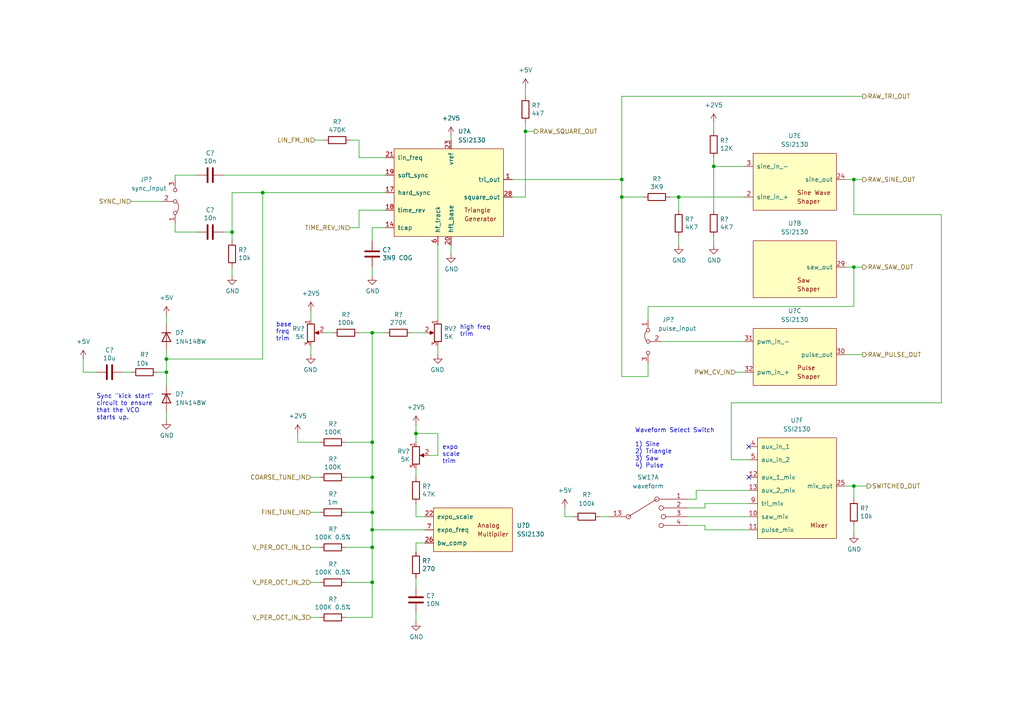
<source format=kicad_sch>
(kicad_sch (version 20211123) (generator eeschema)
  (paper "A4")
  (lib_symbols
    (symbol "Device:C" (pin_numbers hide) (pin_names (offset 0.254))
      (property "Reference" "C" (at 0.635 2.54 0))
      (property "Value" "C" (at 0.635 -2.54 0))
      (symbol "C_0_1"
        (polyline (pts (xy -2.032 -0.762) (xy 2.032 -0.762)) (stroke (width 0.508)))
        (polyline (pts (xy -2.032 0.762) (xy 2.032 0.762)) (stroke (width 0.508)))
      )
      (symbol "C_1_1"
        (pin passive line (at 0 3.81 270) (length 2.794) (name "~") (number "1"))
        (pin passive line (at 0 -3.81 90) (length 2.794) (name "~") (number "2"))
      )
    )
    (symbol "Device:R" (pin_numbers hide) (pin_names (offset 0))
      (property "Reference" "R" (at 2.032 0 90))
      (property "Value" "R" (at 0 0 90))
      (symbol "R_0_1"
        (rectangle (start -1.016 -2.54) (end 1.016 2.54) (stroke (width 0.254)))
      )
      (symbol "R_1_1"
        (pin passive line (at 0 3.81 270) (length 1.27) (name "~") (number "1"))
        (pin passive line (at 0 -3.81 90) (length 1.27) (name "~") (number "2"))
      )
    )
    (symbol "Diode:1N4148W" (pin_numbers hide) (pin_names (offset 1.016) hide)
      (property "Reference" "D" (at 0 2.54 0))
      (property "Value" "1N4148W" (at 0 -2.54 0))
      (symbol "1N4148W_0_1"
        (polyline (pts (xy -1.27 1.27) (xy -1.27 -1.27)) (stroke (width 0.254)))
        (polyline (pts (xy 1.27 0) (xy -1.27 0)))
        (polyline (pts (xy 1.27 1.27) (xy 1.27 -1.27) (xy -1.27 0) (xy 1.27 1.27)) (stroke (width 0.254)))
      )
      (symbol "1N4148W_1_1"
        (pin passive line (at -3.81 0 0) (length 2.54) (name "K") (number "1"))
        (pin passive line (at 3.81 0 180) (length 2.54) (name "A") (number "2"))
      )
    )
    (symbol "Jumper:Jumper_3_Bridged12" (pin_names (offset 0) hide)
      (property "Reference" "JP" (at -2.54 -2.54 0))
      (property "Value" "Jumper_3_Bridged12" (at 0 2.794 0))
      (symbol "Jumper_3_Bridged12_0_0"
        (circle (center -3.302 0) (radius 0.508))
        (circle (center 0 0) (radius 0.508))
        (circle (center 3.302 0) (radius 0.508))
      )
      (symbol "Jumper_3_Bridged12_0_1"
        (arc (start -0.254 0.508) (mid -1.651 0.9912) (end -3.048 0.508))
        (polyline (pts (xy 0 -1.27) (xy 0 -0.508)))
      )
      (symbol "Jumper_3_Bridged12_1_1"
        (pin passive line (at -6.35 0 0) (length 2.54) (name "A") (number "1"))
        (pin passive line (at 0 -3.81 90) (length 2.54) (name "C") (number "2"))
        (pin passive line (at 6.35 0 180) (length 2.54) (name "B") (number "3"))
      )
    )
    (symbol "SSI2130_1" (pin_names (offset 1.016))
      (property "Reference" "U?" (at 10.16 16.51 0))
      (property "Value" "SSI2130_1" (at 10.16 13.97 0))
      (symbol "SSI2130_1_1_0"
        (polyline (pts (xy -16.51 11.43) (xy -16.51 -13.97) (xy 15.24 -13.97) (xy 15.24 11.43) (xy 6.35 11.43) (xy -16.51 11.43)) (fill (type background)))
        (text "Generator" (at 3.81 -8.89 0) (effects (font (size 1.27 1.27)) (justify left)))
        (text "Triangle" (at 3.81 -6.35 0) (effects (font (size 1.27 1.27)) (justify left)))
      )
      (symbol "SSI2130_1_1_1"
        (pin output line (at 17.78 2.54 180) (length 2.54) (name "tri_out") (number "1"))
        (pin input line (at -19.05 -11.43 0) (length 2.54) (name "tcap") (number "14"))
        (pin input line (at -19.05 -1.27 0) (length 2.54) (name "hard_sync") (number "17"))
        (pin input line (at -19.05 -6.35 0) (length 2.54) (name "time_rev") (number "18"))
        (pin input line (at -19.05 3.81 0) (length 2.54) (name "soft_sync") (number "19"))
        (pin input line (at 0 -16.51 90) (length 2.54) (name "hft_base") (number "20"))
        (pin input line (at -19.05 8.89 0) (length 2.54) (name "lin_freq") (number "21"))
        (pin power_in line (at 0 13.97 270) (length 2.54) (name "vref") (number "23"))
        (pin output line (at 17.78 -2.54 180) (length 2.54) (name "square_out") (number "28"))
        (pin input line (at -3.81 -16.51 90) (length 2.54) (name "hf_track") (number "6"))
      )
      (symbol "SSI2130_1_2_1"
        (polyline (pts (xy -11.43 0) (xy -11.43 7.62) (xy 12.7 7.62) (xy 12.7 -8.89) (xy -11.43 -8.89) (xy -11.43 0)) (fill (type background)))
        (text "Saw" (at 1.27 -3.81 0) (effects (font (size 1.27 1.27)) (justify left)))
        (text "Shaper" (at 1.27 -6.35 0) (effects (font (size 1.27 1.27)) (justify left)))
        (pin output line (at 15.24 0 180) (length 2.54) (name "saw_out") (number "29"))
      )
      (symbol "SSI2130_1_3_1"
        (polyline (pts (xy 12.7 7.62) (xy -11.43 7.62) (xy -11.43 -8.89) (xy 12.7 -8.89) (xy 12.7 7.62)) (fill (type background)))
        (text "Pulse" (at 1.27 -3.81 0) (effects (font (size 1.27 1.27)) (justify left)))
        (text "Shaper" (at 1.27 -6.35 0) (effects (font (size 1.27 1.27)) (justify left)))
        (pin output line (at 15.24 0 180) (length 2.54) (name "pulse_out") (number "30"))
        (pin input line (at -13.97 3.81 0) (length 2.54) (name "pwm_in_-") (number "31"))
        (pin input line (at -13.97 -5.08 0) (length 2.54) (name "pwm_in_+") (number "32"))
      )
      (symbol "SSI2130_1_4_1"
        (polyline (pts (xy -11.43 6.35) (xy -11.43 -6.35) (xy 11.43 -6.35) (xy 11.43 6.35) (xy -11.43 6.35)) (fill (type background)))
        (text "Analog" (at 1.27 1.27 0) (effects (font (size 1.27 1.27)) (justify left)))
        (text "Multiplier" (at 1.27 -1.27 0) (effects (font (size 1.27 1.27)) (justify left)))
        (pin input line (at -13.97 3.81 0) (length 2.54) (name "expo_scale") (number "22"))
        (pin input line (at -13.97 -3.81 0) (length 2.54) (name "bw_comp") (number "26"))
        (pin input line (at -13.97 0 0) (length 2.54) (name "expo_freq") (number "7"))
      )
      (symbol "SSI2130_1_5_1"
        (polyline (pts (xy -11.43 7.62) (xy -11.43 -8.89) (xy 12.7 -8.89) (xy 12.7 7.62) (xy -11.43 7.62)) (fill (type background)))
        (text "Shaper" (at 1.27 -6.35 0) (effects (font (size 1.27 1.27)) (justify left)))
        (text "Sine Wave" (at 1.27 -3.81 0) (effects (font (size 1.27 1.27)) (justify left)))
        (pin input line (at -13.97 -5.08 0) (length 2.54) (name "sine_in_+") (number "2"))
        (pin output line (at 15.24 0 180) (length 2.54) (name "sine_out") (number "24"))
        (pin input line (at -13.97 3.81 0) (length 2.54) (name "sine_in_-") (number "3"))
      )
      (symbol "SSI2130_1_6_1"
        (polyline (pts (xy 11.43 -11.43) (xy -11.43 -11.43) (xy -11.43 10.16) (xy -11.43 17.78) (xy 11.43 17.78) (xy 11.43 -11.43)) (fill (type background)))
        (text "Mixer" (at 3.81 -7.62 0) (effects (font (size 1.27 1.27)) (justify left)))
        (pin input line (at -13.97 -5.08 0) (length 2.54) (name "saw_mix") (number "10"))
        (pin input line (at -13.97 -8.89 0) (length 2.54) (name "pulse_mix") (number "11"))
        (pin input line (at -13.97 6.35 0) (length 2.54) (name "aux_1_mix") (number "12"))
        (pin input line (at -13.97 2.54 0) (length 2.54) (name "aux_2_mix") (number "13"))
        (pin output line (at 13.97 3.81 180) (length 2.54) (name "mix_out") (number "25"))
        (pin input line (at -13.97 15.24 0) (length 2.54) (name "aux_in_1") (number "4"))
        (pin input line (at -13.97 11.43 0) (length 2.54) (name "aux_in_2") (number "5"))
        (pin input line (at -13.97 -1.27 0) (length 2.54) (name "tri_mix") (number "9"))
      )
      (symbol "SSI2130_1_7_1"
        (polyline (pts (xy -11.43 6.35) (xy -11.43 -6.35) (xy 11.43 -6.35) (xy 11.43 6.35) (xy -11.43 6.35)) (fill (type background)))
        (text "Power" (at 1.27 0 0) (effects (font (size 1.27 1.27)) (justify left)))
        (pin power_in line (at -13.97 -1.27 0) (length 2.54) (name "dgnd") (number "15"))
        (pin power_in line (at -13.97 1.27 0) (length 2.54) (name "agnd") (number "16"))
        (pin power_in line (at -13.97 3.81 0) (length 2.54) (name "V+") (number "27"))
        (pin power_in line (at -13.97 -3.81 0) (length 2.54) (name "V-") (number "8"))
      )
    )
    (symbol "SSI2130_2" (pin_names (offset 1.016))
      (property "Reference" "U?" (at 10.16 16.51 0))
      (property "Value" "SSI2130_2" (at 10.16 13.97 0))
      (symbol "SSI2130_2_1_0"
        (polyline (pts (xy -16.51 11.43) (xy -16.51 -13.97) (xy 15.24 -13.97) (xy 15.24 11.43) (xy 6.35 11.43) (xy -16.51 11.43)) (fill (type background)))
        (text "Generator" (at 3.81 -8.89 0) (effects (font (size 1.27 1.27)) (justify left)))
        (text "Triangle" (at 3.81 -6.35 0) (effects (font (size 1.27 1.27)) (justify left)))
      )
      (symbol "SSI2130_2_1_1"
        (pin output line (at 17.78 2.54 180) (length 2.54) (name "tri_out") (number "1"))
        (pin input line (at -19.05 -11.43 0) (length 2.54) (name "tcap") (number "14"))
        (pin input line (at -19.05 -1.27 0) (length 2.54) (name "hard_sync") (number "17"))
        (pin input line (at -19.05 -6.35 0) (length 2.54) (name "time_rev") (number "18"))
        (pin input line (at -19.05 3.81 0) (length 2.54) (name "soft_sync") (number "19"))
        (pin input line (at 0 -16.51 90) (length 2.54) (name "hft_base") (number "20"))
        (pin input line (at -19.05 8.89 0) (length 2.54) (name "lin_freq") (number "21"))
        (pin power_in line (at 0 13.97 270) (length 2.54) (name "vref") (number "23"))
        (pin output line (at 17.78 -2.54 180) (length 2.54) (name "square_out") (number "28"))
        (pin input line (at -3.81 -16.51 90) (length 2.54) (name "hf_track") (number "6"))
      )
      (symbol "SSI2130_2_2_1"
        (polyline (pts (xy -11.43 0) (xy -11.43 7.62) (xy 12.7 7.62) (xy 12.7 -8.89) (xy -11.43 -8.89) (xy -11.43 0)) (fill (type background)))
        (text "Saw" (at 1.27 -3.81 0) (effects (font (size 1.27 1.27)) (justify left)))
        (text "Shaper" (at 1.27 -6.35 0) (effects (font (size 1.27 1.27)) (justify left)))
        (pin output line (at 15.24 0 180) (length 2.54) (name "saw_out") (number "29"))
      )
      (symbol "SSI2130_2_3_1"
        (polyline (pts (xy 12.7 7.62) (xy -11.43 7.62) (xy -11.43 -8.89) (xy 12.7 -8.89) (xy 12.7 7.62)) (fill (type background)))
        (text "Pulse" (at 1.27 -3.81 0) (effects (font (size 1.27 1.27)) (justify left)))
        (text "Shaper" (at 1.27 -6.35 0) (effects (font (size 1.27 1.27)) (justify left)))
        (pin output line (at 15.24 0 180) (length 2.54) (name "pulse_out") (number "30"))
        (pin input line (at -13.97 3.81 0) (length 2.54) (name "pwm_in_-") (number "31"))
        (pin input line (at -13.97 -5.08 0) (length 2.54) (name "pwm_in_+") (number "32"))
      )
      (symbol "SSI2130_2_4_1"
        (polyline (pts (xy -11.43 6.35) (xy -11.43 -6.35) (xy 11.43 -6.35) (xy 11.43 6.35) (xy -11.43 6.35)) (fill (type background)))
        (text "Analog" (at 1.27 1.27 0) (effects (font (size 1.27 1.27)) (justify left)))
        (text "Multiplier" (at 1.27 -1.27 0) (effects (font (size 1.27 1.27)) (justify left)))
        (pin input line (at -13.97 3.81 0) (length 2.54) (name "expo_scale") (number "22"))
        (pin input line (at -13.97 -3.81 0) (length 2.54) (name "bw_comp") (number "26"))
        (pin input line (at -13.97 0 0) (length 2.54) (name "expo_freq") (number "7"))
      )
      (symbol "SSI2130_2_5_1"
        (polyline (pts (xy -11.43 7.62) (xy -11.43 -8.89) (xy 12.7 -8.89) (xy 12.7 7.62) (xy -11.43 7.62)) (fill (type background)))
        (text "Shaper" (at 1.27 -6.35 0) (effects (font (size 1.27 1.27)) (justify left)))
        (text "Sine Wave" (at 1.27 -3.81 0) (effects (font (size 1.27 1.27)) (justify left)))
        (pin input line (at -13.97 -5.08 0) (length 2.54) (name "sine_in_+") (number "2"))
        (pin output line (at 15.24 0 180) (length 2.54) (name "sine_out") (number "24"))
        (pin input line (at -13.97 3.81 0) (length 2.54) (name "sine_in_-") (number "3"))
      )
      (symbol "SSI2130_2_6_1"
        (polyline (pts (xy 11.43 -11.43) (xy -11.43 -11.43) (xy -11.43 10.16) (xy -11.43 17.78) (xy 11.43 17.78) (xy 11.43 -11.43)) (fill (type background)))
        (text "Mixer" (at 3.81 -7.62 0) (effects (font (size 1.27 1.27)) (justify left)))
        (pin input line (at -13.97 -5.08 0) (length 2.54) (name "saw_mix") (number "10"))
        (pin input line (at -13.97 -8.89 0) (length 2.54) (name "pulse_mix") (number "11"))
        (pin input line (at -13.97 6.35 0) (length 2.54) (name "aux_1_mix") (number "12"))
        (pin input line (at -13.97 2.54 0) (length 2.54) (name "aux_2_mix") (number "13"))
        (pin output line (at 13.97 3.81 180) (length 2.54) (name "mix_out") (number "25"))
        (pin input line (at -13.97 15.24 0) (length 2.54) (name "aux_in_1") (number "4"))
        (pin input line (at -13.97 11.43 0) (length 2.54) (name "aux_in_2") (number "5"))
        (pin input line (at -13.97 -1.27 0) (length 2.54) (name "tri_mix") (number "9"))
      )
      (symbol "SSI2130_2_7_1"
        (polyline (pts (xy -11.43 6.35) (xy -11.43 -6.35) (xy 11.43 -6.35) (xy 11.43 6.35) (xy -11.43 6.35)) (fill (type background)))
        (text "Power" (at 1.27 0 0) (effects (font (size 1.27 1.27)) (justify left)))
        (pin power_in line (at -13.97 -1.27 0) (length 2.54) (name "dgnd") (number "15"))
        (pin power_in line (at -13.97 1.27 0) (length 2.54) (name "agnd") (number "16"))
        (pin power_in line (at -13.97 3.81 0) (length 2.54) (name "V+") (number "27"))
        (pin power_in line (at -13.97 -3.81 0) (length 2.54) (name "V-") (number "8"))
      )
    )
    (symbol "SSI2130_3" (pin_names (offset 1.016))
      (property "Reference" "U?" (at 10.16 16.51 0))
      (property "Value" "SSI2130_3" (at 10.16 13.97 0))
      (symbol "SSI2130_3_1_0"
        (polyline (pts (xy -16.51 11.43) (xy -16.51 -13.97) (xy 15.24 -13.97) (xy 15.24 11.43) (xy 6.35 11.43) (xy -16.51 11.43)) (fill (type background)))
        (text "Generator" (at 3.81 -8.89 0) (effects (font (size 1.27 1.27)) (justify left)))
        (text "Triangle" (at 3.81 -6.35 0) (effects (font (size 1.27 1.27)) (justify left)))
      )
      (symbol "SSI2130_3_1_1"
        (pin output line (at 17.78 2.54 180) (length 2.54) (name "tri_out") (number "1"))
        (pin input line (at -19.05 -11.43 0) (length 2.54) (name "tcap") (number "14"))
        (pin input line (at -19.05 -1.27 0) (length 2.54) (name "hard_sync") (number "17"))
        (pin input line (at -19.05 -6.35 0) (length 2.54) (name "time_rev") (number "18"))
        (pin input line (at -19.05 3.81 0) (length 2.54) (name "soft_sync") (number "19"))
        (pin input line (at 0 -16.51 90) (length 2.54) (name "hft_base") (number "20"))
        (pin input line (at -19.05 8.89 0) (length 2.54) (name "lin_freq") (number "21"))
        (pin power_in line (at 0 13.97 270) (length 2.54) (name "vref") (number "23"))
        (pin output line (at 17.78 -2.54 180) (length 2.54) (name "square_out") (number "28"))
        (pin input line (at -3.81 -16.51 90) (length 2.54) (name "hf_track") (number "6"))
      )
      (symbol "SSI2130_3_2_1"
        (polyline (pts (xy -11.43 0) (xy -11.43 7.62) (xy 12.7 7.62) (xy 12.7 -8.89) (xy -11.43 -8.89) (xy -11.43 0)) (fill (type background)))
        (text "Saw" (at 1.27 -3.81 0) (effects (font (size 1.27 1.27)) (justify left)))
        (text "Shaper" (at 1.27 -6.35 0) (effects (font (size 1.27 1.27)) (justify left)))
        (pin output line (at 15.24 0 180) (length 2.54) (name "saw_out") (number "29"))
      )
      (symbol "SSI2130_3_3_1"
        (polyline (pts (xy 12.7 7.62) (xy -11.43 7.62) (xy -11.43 -8.89) (xy 12.7 -8.89) (xy 12.7 7.62)) (fill (type background)))
        (text "Pulse" (at 1.27 -3.81 0) (effects (font (size 1.27 1.27)) (justify left)))
        (text "Shaper" (at 1.27 -6.35 0) (effects (font (size 1.27 1.27)) (justify left)))
        (pin output line (at 15.24 0 180) (length 2.54) (name "pulse_out") (number "30"))
        (pin input line (at -13.97 3.81 0) (length 2.54) (name "pwm_in_-") (number "31"))
        (pin input line (at -13.97 -5.08 0) (length 2.54) (name "pwm_in_+") (number "32"))
      )
      (symbol "SSI2130_3_4_1"
        (polyline (pts (xy -11.43 6.35) (xy -11.43 -6.35) (xy 11.43 -6.35) (xy 11.43 6.35) (xy -11.43 6.35)) (fill (type background)))
        (text "Analog" (at 1.27 1.27 0) (effects (font (size 1.27 1.27)) (justify left)))
        (text "Multiplier" (at 1.27 -1.27 0) (effects (font (size 1.27 1.27)) (justify left)))
        (pin input line (at -13.97 3.81 0) (length 2.54) (name "expo_scale") (number "22"))
        (pin input line (at -13.97 -3.81 0) (length 2.54) (name "bw_comp") (number "26"))
        (pin input line (at -13.97 0 0) (length 2.54) (name "expo_freq") (number "7"))
      )
      (symbol "SSI2130_3_5_1"
        (polyline (pts (xy -11.43 7.62) (xy -11.43 -8.89) (xy 12.7 -8.89) (xy 12.7 7.62) (xy -11.43 7.62)) (fill (type background)))
        (text "Shaper" (at 1.27 -6.35 0) (effects (font (size 1.27 1.27)) (justify left)))
        (text "Sine Wave" (at 1.27 -3.81 0) (effects (font (size 1.27 1.27)) (justify left)))
        (pin input line (at -13.97 -5.08 0) (length 2.54) (name "sine_in_+") (number "2"))
        (pin output line (at 15.24 0 180) (length 2.54) (name "sine_out") (number "24"))
        (pin input line (at -13.97 3.81 0) (length 2.54) (name "sine_in_-") (number "3"))
      )
      (symbol "SSI2130_3_6_1"
        (polyline (pts (xy 11.43 -11.43) (xy -11.43 -11.43) (xy -11.43 10.16) (xy -11.43 17.78) (xy 11.43 17.78) (xy 11.43 -11.43)) (fill (type background)))
        (text "Mixer" (at 3.81 -7.62 0) (effects (font (size 1.27 1.27)) (justify left)))
        (pin input line (at -13.97 -5.08 0) (length 2.54) (name "saw_mix") (number "10"))
        (pin input line (at -13.97 -8.89 0) (length 2.54) (name "pulse_mix") (number "11"))
        (pin input line (at -13.97 6.35 0) (length 2.54) (name "aux_1_mix") (number "12"))
        (pin input line (at -13.97 2.54 0) (length 2.54) (name "aux_2_mix") (number "13"))
        (pin output line (at 13.97 3.81 180) (length 2.54) (name "mix_out") (number "25"))
        (pin input line (at -13.97 15.24 0) (length 2.54) (name "aux_in_1") (number "4"))
        (pin input line (at -13.97 11.43 0) (length 2.54) (name "aux_in_2") (number "5"))
        (pin input line (at -13.97 -1.27 0) (length 2.54) (name "tri_mix") (number "9"))
      )
      (symbol "SSI2130_3_7_1"
        (polyline (pts (xy -11.43 6.35) (xy -11.43 -6.35) (xy 11.43 -6.35) (xy 11.43 6.35) (xy -11.43 6.35)) (fill (type background)))
        (text "Power" (at 1.27 0 0) (effects (font (size 1.27 1.27)) (justify left)))
        (pin power_in line (at -13.97 -1.27 0) (length 2.54) (name "dgnd") (number "15"))
        (pin power_in line (at -13.97 1.27 0) (length 2.54) (name "agnd") (number "16"))
        (pin power_in line (at -13.97 3.81 0) (length 2.54) (name "V+") (number "27"))
        (pin power_in line (at -13.97 -3.81 0) (length 2.54) (name "V-") (number "8"))
      )
    )
    (symbol "SSI2130_4" (pin_names (offset 1.016))
      (property "Reference" "U?" (at 10.16 16.51 0))
      (property "Value" "SSI2130_4" (at 10.16 13.97 0))
      (symbol "SSI2130_4_1_0"
        (polyline (pts (xy -16.51 11.43) (xy -16.51 -13.97) (xy 15.24 -13.97) (xy 15.24 11.43) (xy 6.35 11.43) (xy -16.51 11.43)) (fill (type background)))
        (text "Generator" (at 3.81 -8.89 0) (effects (font (size 1.27 1.27)) (justify left)))
        (text "Triangle" (at 3.81 -6.35 0) (effects (font (size 1.27 1.27)) (justify left)))
      )
      (symbol "SSI2130_4_1_1"
        (pin output line (at 17.78 2.54 180) (length 2.54) (name "tri_out") (number "1"))
        (pin input line (at -19.05 -11.43 0) (length 2.54) (name "tcap") (number "14"))
        (pin input line (at -19.05 -1.27 0) (length 2.54) (name "hard_sync") (number "17"))
        (pin input line (at -19.05 -6.35 0) (length 2.54) (name "time_rev") (number "18"))
        (pin input line (at -19.05 3.81 0) (length 2.54) (name "soft_sync") (number "19"))
        (pin input line (at 0 -16.51 90) (length 2.54) (name "hft_base") (number "20"))
        (pin input line (at -19.05 8.89 0) (length 2.54) (name "lin_freq") (number "21"))
        (pin power_in line (at 0 13.97 270) (length 2.54) (name "vref") (number "23"))
        (pin output line (at 17.78 -2.54 180) (length 2.54) (name "square_out") (number "28"))
        (pin input line (at -3.81 -16.51 90) (length 2.54) (name "hf_track") (number "6"))
      )
      (symbol "SSI2130_4_2_1"
        (polyline (pts (xy -11.43 0) (xy -11.43 7.62) (xy 12.7 7.62) (xy 12.7 -8.89) (xy -11.43 -8.89) (xy -11.43 0)) (fill (type background)))
        (text "Saw" (at 1.27 -3.81 0) (effects (font (size 1.27 1.27)) (justify left)))
        (text "Shaper" (at 1.27 -6.35 0) (effects (font (size 1.27 1.27)) (justify left)))
        (pin output line (at 15.24 0 180) (length 2.54) (name "saw_out") (number "29"))
      )
      (symbol "SSI2130_4_3_1"
        (polyline (pts (xy 12.7 7.62) (xy -11.43 7.62) (xy -11.43 -8.89) (xy 12.7 -8.89) (xy 12.7 7.62)) (fill (type background)))
        (text "Pulse" (at 1.27 -3.81 0) (effects (font (size 1.27 1.27)) (justify left)))
        (text "Shaper" (at 1.27 -6.35 0) (effects (font (size 1.27 1.27)) (justify left)))
        (pin output line (at 15.24 0 180) (length 2.54) (name "pulse_out") (number "30"))
        (pin input line (at -13.97 3.81 0) (length 2.54) (name "pwm_in_-") (number "31"))
        (pin input line (at -13.97 -5.08 0) (length 2.54) (name "pwm_in_+") (number "32"))
      )
      (symbol "SSI2130_4_4_1"
        (polyline (pts (xy -11.43 6.35) (xy -11.43 -6.35) (xy 11.43 -6.35) (xy 11.43 6.35) (xy -11.43 6.35)) (fill (type background)))
        (text "Analog" (at 1.27 1.27 0) (effects (font (size 1.27 1.27)) (justify left)))
        (text "Multiplier" (at 1.27 -1.27 0) (effects (font (size 1.27 1.27)) (justify left)))
        (pin input line (at -13.97 3.81 0) (length 2.54) (name "expo_scale") (number "22"))
        (pin input line (at -13.97 -3.81 0) (length 2.54) (name "bw_comp") (number "26"))
        (pin input line (at -13.97 0 0) (length 2.54) (name "expo_freq") (number "7"))
      )
      (symbol "SSI2130_4_5_1"
        (polyline (pts (xy -11.43 7.62) (xy -11.43 -8.89) (xy 12.7 -8.89) (xy 12.7 7.62) (xy -11.43 7.62)) (fill (type background)))
        (text "Shaper" (at 1.27 -6.35 0) (effects (font (size 1.27 1.27)) (justify left)))
        (text "Sine Wave" (at 1.27 -3.81 0) (effects (font (size 1.27 1.27)) (justify left)))
        (pin input line (at -13.97 -5.08 0) (length 2.54) (name "sine_in_+") (number "2"))
        (pin output line (at 15.24 0 180) (length 2.54) (name "sine_out") (number "24"))
        (pin input line (at -13.97 3.81 0) (length 2.54) (name "sine_in_-") (number "3"))
      )
      (symbol "SSI2130_4_6_1"
        (polyline (pts (xy 11.43 -11.43) (xy -11.43 -11.43) (xy -11.43 10.16) (xy -11.43 17.78) (xy 11.43 17.78) (xy 11.43 -11.43)) (fill (type background)))
        (text "Mixer" (at 3.81 -7.62 0) (effects (font (size 1.27 1.27)) (justify left)))
        (pin input line (at -13.97 -5.08 0) (length 2.54) (name "saw_mix") (number "10"))
        (pin input line (at -13.97 -8.89 0) (length 2.54) (name "pulse_mix") (number "11"))
        (pin input line (at -13.97 6.35 0) (length 2.54) (name "aux_1_mix") (number "12"))
        (pin input line (at -13.97 2.54 0) (length 2.54) (name "aux_2_mix") (number "13"))
        (pin output line (at 13.97 3.81 180) (length 2.54) (name "mix_out") (number "25"))
        (pin input line (at -13.97 15.24 0) (length 2.54) (name "aux_in_1") (number "4"))
        (pin input line (at -13.97 11.43 0) (length 2.54) (name "aux_in_2") (number "5"))
        (pin input line (at -13.97 -1.27 0) (length 2.54) (name "tri_mix") (number "9"))
      )
      (symbol "SSI2130_4_7_1"
        (polyline (pts (xy -11.43 6.35) (xy -11.43 -6.35) (xy 11.43 -6.35) (xy 11.43 6.35) (xy -11.43 6.35)) (fill (type background)))
        (text "Power" (at 1.27 0 0) (effects (font (size 1.27 1.27)) (justify left)))
        (pin power_in line (at -13.97 -1.27 0) (length 2.54) (name "dgnd") (number "15"))
        (pin power_in line (at -13.97 1.27 0) (length 2.54) (name "agnd") (number "16"))
        (pin power_in line (at -13.97 3.81 0) (length 2.54) (name "V+") (number "27"))
        (pin power_in line (at -13.97 -3.81 0) (length 2.54) (name "V-") (number "8"))
      )
    )
    (symbol "SSI2130_5" (pin_names (offset 1.016))
      (property "Reference" "U?" (at 10.16 16.51 0))
      (property "Value" "SSI2130_5" (at 10.16 13.97 0))
      (symbol "SSI2130_5_1_0"
        (polyline (pts (xy -16.51 11.43) (xy -16.51 -13.97) (xy 15.24 -13.97) (xy 15.24 11.43) (xy 6.35 11.43) (xy -16.51 11.43)) (fill (type background)))
        (text "Generator" (at 3.81 -8.89 0) (effects (font (size 1.27 1.27)) (justify left)))
        (text "Triangle" (at 3.81 -6.35 0) (effects (font (size 1.27 1.27)) (justify left)))
      )
      (symbol "SSI2130_5_1_1"
        (pin output line (at 17.78 2.54 180) (length 2.54) (name "tri_out") (number "1"))
        (pin input line (at -19.05 -11.43 0) (length 2.54) (name "tcap") (number "14"))
        (pin input line (at -19.05 -1.27 0) (length 2.54) (name "hard_sync") (number "17"))
        (pin input line (at -19.05 -6.35 0) (length 2.54) (name "time_rev") (number "18"))
        (pin input line (at -19.05 3.81 0) (length 2.54) (name "soft_sync") (number "19"))
        (pin input line (at 0 -16.51 90) (length 2.54) (name "hft_base") (number "20"))
        (pin input line (at -19.05 8.89 0) (length 2.54) (name "lin_freq") (number "21"))
        (pin power_in line (at 0 13.97 270) (length 2.54) (name "vref") (number "23"))
        (pin output line (at 17.78 -2.54 180) (length 2.54) (name "square_out") (number "28"))
        (pin input line (at -3.81 -16.51 90) (length 2.54) (name "hf_track") (number "6"))
      )
      (symbol "SSI2130_5_2_1"
        (polyline (pts (xy -11.43 0) (xy -11.43 7.62) (xy 12.7 7.62) (xy 12.7 -8.89) (xy -11.43 -8.89) (xy -11.43 0)) (fill (type background)))
        (text "Saw" (at 1.27 -3.81 0) (effects (font (size 1.27 1.27)) (justify left)))
        (text "Shaper" (at 1.27 -6.35 0) (effects (font (size 1.27 1.27)) (justify left)))
        (pin output line (at 15.24 0 180) (length 2.54) (name "saw_out") (number "29"))
      )
      (symbol "SSI2130_5_3_1"
        (polyline (pts (xy 12.7 7.62) (xy -11.43 7.62) (xy -11.43 -8.89) (xy 12.7 -8.89) (xy 12.7 7.62)) (fill (type background)))
        (text "Pulse" (at 1.27 -3.81 0) (effects (font (size 1.27 1.27)) (justify left)))
        (text "Shaper" (at 1.27 -6.35 0) (effects (font (size 1.27 1.27)) (justify left)))
        (pin output line (at 15.24 0 180) (length 2.54) (name "pulse_out") (number "30"))
        (pin input line (at -13.97 3.81 0) (length 2.54) (name "pwm_in_-") (number "31"))
        (pin input line (at -13.97 -5.08 0) (length 2.54) (name "pwm_in_+") (number "32"))
      )
      (symbol "SSI2130_5_4_1"
        (polyline (pts (xy -11.43 6.35) (xy -11.43 -6.35) (xy 11.43 -6.35) (xy 11.43 6.35) (xy -11.43 6.35)) (fill (type background)))
        (text "Analog" (at 1.27 1.27 0) (effects (font (size 1.27 1.27)) (justify left)))
        (text "Multiplier" (at 1.27 -1.27 0) (effects (font (size 1.27 1.27)) (justify left)))
        (pin input line (at -13.97 3.81 0) (length 2.54) (name "expo_scale") (number "22"))
        (pin input line (at -13.97 -3.81 0) (length 2.54) (name "bw_comp") (number "26"))
        (pin input line (at -13.97 0 0) (length 2.54) (name "expo_freq") (number "7"))
      )
      (symbol "SSI2130_5_5_1"
        (polyline (pts (xy -11.43 7.62) (xy -11.43 -8.89) (xy 12.7 -8.89) (xy 12.7 7.62) (xy -11.43 7.62)) (fill (type background)))
        (text "Shaper" (at 1.27 -6.35 0) (effects (font (size 1.27 1.27)) (justify left)))
        (text "Sine Wave" (at 1.27 -3.81 0) (effects (font (size 1.27 1.27)) (justify left)))
        (pin input line (at -13.97 -5.08 0) (length 2.54) (name "sine_in_+") (number "2"))
        (pin output line (at 15.24 0 180) (length 2.54) (name "sine_out") (number "24"))
        (pin input line (at -13.97 3.81 0) (length 2.54) (name "sine_in_-") (number "3"))
      )
      (symbol "SSI2130_5_6_1"
        (polyline (pts (xy 11.43 -11.43) (xy -11.43 -11.43) (xy -11.43 10.16) (xy -11.43 17.78) (xy 11.43 17.78) (xy 11.43 -11.43)) (fill (type background)))
        (text "Mixer" (at 3.81 -7.62 0) (effects (font (size 1.27 1.27)) (justify left)))
        (pin input line (at -13.97 -5.08 0) (length 2.54) (name "saw_mix") (number "10"))
        (pin input line (at -13.97 -8.89 0) (length 2.54) (name "pulse_mix") (number "11"))
        (pin input line (at -13.97 6.35 0) (length 2.54) (name "aux_1_mix") (number "12"))
        (pin input line (at -13.97 2.54 0) (length 2.54) (name "aux_2_mix") (number "13"))
        (pin output line (at 13.97 3.81 180) (length 2.54) (name "mix_out") (number "25"))
        (pin input line (at -13.97 15.24 0) (length 2.54) (name "aux_in_1") (number "4"))
        (pin input line (at -13.97 11.43 0) (length 2.54) (name "aux_in_2") (number "5"))
        (pin input line (at -13.97 -1.27 0) (length 2.54) (name "tri_mix") (number "9"))
      )
      (symbol "SSI2130_5_7_1"
        (polyline (pts (xy -11.43 6.35) (xy -11.43 -6.35) (xy 11.43 -6.35) (xy 11.43 6.35) (xy -11.43 6.35)) (fill (type background)))
        (text "Power" (at 1.27 0 0) (effects (font (size 1.27 1.27)) (justify left)))
        (pin power_in line (at -13.97 -1.27 0) (length 2.54) (name "dgnd") (number "15"))
        (pin power_in line (at -13.97 1.27 0) (length 2.54) (name "agnd") (number "16"))
        (pin power_in line (at -13.97 3.81 0) (length 2.54) (name "V+") (number "27"))
        (pin power_in line (at -13.97 -3.81 0) (length 2.54) (name "V-") (number "8"))
      )
    )
    (symbol "SSI2130_VCO-rescue:R_POT-Device" (pin_names (offset 1.016) hide)
      (property "Reference" "RV" (at -4.445 0 90))
      (property "Value" "R_POT-Device" (at -2.54 0 90))
      (symbol "R_POT-Device_0_1"
        (polyline (pts (xy 2.54 0) (xy 1.524 0)))
        (polyline (pts (xy 1.143 0) (xy 2.286 0.508) (xy 2.286 -0.508) (xy 1.143 0)) (fill (type outline)))
        (rectangle (start 1.016 2.54) (end -1.016 -2.54) (stroke (width 0.254)))
      )
      (symbol "R_POT-Device_1_1"
        (pin passive line (at 0 3.81 270) (length 1.27) (name "1") (number "1"))
        (pin passive line (at 3.81 0 180) (length 1.27) (name "2") (number "2"))
        (pin passive line (at 0 -3.81 90) (length 1.27) (name "3") (number "3"))
      )
    )
    (symbol "custom_symbols:SSI2130" (pin_names (offset 1.016))
      (property "Reference" "U?" (at 10.16 16.51 0))
      (property "Value" "SSI2130" (at 10.16 13.97 0))
      (symbol "SSI2130_1_0"
        (polyline (pts (xy -16.51 11.43) (xy -16.51 -13.97) (xy 15.24 -13.97) (xy 15.24 11.43) (xy 6.35 11.43) (xy -16.51 11.43)) (fill (type background)))
        (text "Generator" (at 3.81 -8.89 0) (effects (font (size 1.27 1.27)) (justify left)))
        (text "Triangle" (at 3.81 -6.35 0) (effects (font (size 1.27 1.27)) (justify left)))
      )
      (symbol "SSI2130_1_1"
        (pin output line (at 17.78 2.54 180) (length 2.54) (name "tri_out") (number "1"))
        (pin input line (at -19.05 -11.43 0) (length 2.54) (name "tcap") (number "14"))
        (pin input line (at -19.05 -1.27 0) (length 2.54) (name "hard_sync") (number "17"))
        (pin input line (at -19.05 -6.35 0) (length 2.54) (name "time_rev") (number "18"))
        (pin input line (at -19.05 3.81 0) (length 2.54) (name "soft_sync") (number "19"))
        (pin input line (at 0 -16.51 90) (length 2.54) (name "hft_base") (number "20"))
        (pin input line (at -19.05 8.89 0) (length 2.54) (name "lin_freq") (number "21"))
        (pin power_in line (at 0 13.97 270) (length 2.54) (name "vref") (number "23"))
        (pin output line (at 17.78 -2.54 180) (length 2.54) (name "square_out") (number "28"))
        (pin input line (at -3.81 -16.51 90) (length 2.54) (name "hf_track") (number "6"))
      )
      (symbol "SSI2130_2_1"
        (polyline (pts (xy -11.43 0) (xy -11.43 7.62) (xy 12.7 7.62) (xy 12.7 -8.89) (xy -11.43 -8.89) (xy -11.43 0)) (fill (type background)))
        (text "Saw" (at 1.27 -3.81 0) (effects (font (size 1.27 1.27)) (justify left)))
        (text "Shaper" (at 1.27 -6.35 0) (effects (font (size 1.27 1.27)) (justify left)))
        (pin output line (at 15.24 0 180) (length 2.54) (name "saw_out") (number "29"))
      )
      (symbol "SSI2130_3_1"
        (polyline (pts (xy 12.7 7.62) (xy -11.43 7.62) (xy -11.43 -8.89) (xy 12.7 -8.89) (xy 12.7 7.62)) (fill (type background)))
        (text "Pulse" (at 1.27 -3.81 0) (effects (font (size 1.27 1.27)) (justify left)))
        (text "Shaper" (at 1.27 -6.35 0) (effects (font (size 1.27 1.27)) (justify left)))
        (pin output line (at 15.24 0 180) (length 2.54) (name "pulse_out") (number "30"))
        (pin input line (at -13.97 3.81 0) (length 2.54) (name "pwm_in_-") (number "31"))
        (pin input line (at -13.97 -5.08 0) (length 2.54) (name "pwm_in_+") (number "32"))
      )
      (symbol "SSI2130_4_1"
        (polyline (pts (xy -11.43 6.35) (xy -11.43 -6.35) (xy 11.43 -6.35) (xy 11.43 6.35) (xy -11.43 6.35)) (fill (type background)))
        (text "Analog" (at 1.27 1.27 0) (effects (font (size 1.27 1.27)) (justify left)))
        (text "Multiplier" (at 1.27 -1.27 0) (effects (font (size 1.27 1.27)) (justify left)))
        (pin input line (at -13.97 3.81 0) (length 2.54) (name "expo_scale") (number "22"))
        (pin input line (at -13.97 -3.81 0) (length 2.54) (name "bw_comp") (number "26"))
        (pin input line (at -13.97 0 0) (length 2.54) (name "expo_freq") (number "7"))
      )
      (symbol "SSI2130_5_1"
        (polyline (pts (xy -11.43 7.62) (xy -11.43 -8.89) (xy 12.7 -8.89) (xy 12.7 7.62) (xy -11.43 7.62)) (fill (type background)))
        (text "Shaper" (at 1.27 -6.35 0) (effects (font (size 1.27 1.27)) (justify left)))
        (text "Sine Wave" (at 1.27 -3.81 0) (effects (font (size 1.27 1.27)) (justify left)))
        (pin input line (at -13.97 -5.08 0) (length 2.54) (name "sine_in_+") (number "2"))
        (pin output line (at 15.24 0 180) (length 2.54) (name "sine_out") (number "24"))
        (pin input line (at -13.97 3.81 0) (length 2.54) (name "sine_in_-") (number "3"))
      )
      (symbol "SSI2130_6_1"
        (polyline (pts (xy 11.43 -11.43) (xy -11.43 -11.43) (xy -11.43 10.16) (xy -11.43 17.78) (xy 11.43 17.78) (xy 11.43 -11.43)) (fill (type background)))
        (text "Mixer" (at 3.81 -7.62 0) (effects (font (size 1.27 1.27)) (justify left)))
        (pin input line (at -13.97 -5.08 0) (length 2.54) (name "saw_mix") (number "10"))
        (pin input line (at -13.97 -8.89 0) (length 2.54) (name "pulse_mix") (number "11"))
        (pin input line (at -13.97 6.35 0) (length 2.54) (name "aux_1_mix") (number "12"))
        (pin input line (at -13.97 2.54 0) (length 2.54) (name "aux_2_mix") (number "13"))
        (pin output line (at 13.97 3.81 180) (length 2.54) (name "mix_out") (number "25"))
        (pin input line (at -13.97 15.24 0) (length 2.54) (name "aux_in_1") (number "4"))
        (pin input line (at -13.97 11.43 0) (length 2.54) (name "aux_in_2") (number "5"))
        (pin input line (at -13.97 -1.27 0) (length 2.54) (name "tri_mix") (number "9"))
      )
      (symbol "SSI2130_7_1"
        (polyline (pts (xy -11.43 6.35) (xy -11.43 -6.35) (xy 11.43 -6.35) (xy 11.43 6.35) (xy -11.43 6.35)) (fill (type background)))
        (text "Power" (at 1.27 0 0) (effects (font (size 1.27 1.27)) (justify left)))
        (pin power_in line (at -13.97 -1.27 0) (length 2.54) (name "dgnd") (number "15"))
        (pin power_in line (at -13.97 1.27 0) (length 2.54) (name "agnd") (number "16"))
        (pin power_in line (at -13.97 3.81 0) (length 2.54) (name "V+") (number "27"))
        (pin power_in line (at -13.97 -3.81 0) (length 2.54) (name "V-") (number "8"))
      )
    )
    (symbol "custom_symbols:SW_Rotary3x4" (pin_names (offset 1.016) hide)
      (property "Reference" "SW" (at 0 8.89 0))
      (property "Value" "SW_Rotary3x4" (at 0 -5.08 0))
      (symbol "SW_Rotary3x4_0_0"
        (circle (center -4.445 0) (radius 0.635))
        (polyline (pts (xy -4.445 0) (xy 3.81 5.08)))
        (polyline (pts (xy 4.445 5.08) (xy 7.62 5.08)))
        (polyline (pts (xy 5.715 -2.54) (xy 7.62 -2.54)))
        (polyline (pts (xy 5.715 2.54) (xy 7.62 2.54)))
        (polyline (pts (xy 6.35 0) (xy 7.62 0)))
        (circle (center 3.81 5.08) (radius 0.635))
        (circle (center 5.08 -2.54) (radius 0.635))
        (circle (center 5.08 2.54) (radius 0.635))
        (circle (center 5.715 0) (radius 0.635))
      )
      (symbol "SW_Rotary3x4_1_1"
        (pin passive line (at 12.7 5.08 180) (length 5.08) (name "1") (number "1"))
        (pin passive line (at -10.16 0 0) (length 5.08) (name "13") (number "13"))
        (pin passive line (at 12.7 2.54 180) (length 5.08) (name "2") (number "2"))
        (pin passive line (at 12.7 0 180) (length 5.08) (name "3") (number "3"))
        (pin passive line (at 12.7 -2.54 180) (length 5.08) (name "4") (number "4"))
      )
      (symbol "SW_Rotary3x4_2_1"
        (pin passive line (at -10.16 0 0) (length 5.08) (name "14") (number "14"))
        (pin passive line (at 12.7 5.08 180) (length 5.08) (name "5") (number "5"))
        (pin passive line (at 12.7 2.54 180) (length 5.08) (name "6") (number "6"))
        (pin passive line (at 12.7 0 180) (length 5.08) (name "7") (number "7"))
        (pin passive line (at 12.7 -2.54 180) (length 5.08) (name "8") (number "8"))
      )
      (symbol "SW_Rotary3x4_3_1"
        (pin passive line (at 12.7 2.54 180) (length 5.08) (name "10") (number "10"))
        (pin passive line (at 12.7 0 180) (length 5.08) (name "11") (number "11"))
        (pin passive line (at 12.7 -2.54 180) (length 5.08) (name "12") (number "12"))
        (pin passive line (at -10.16 0 0) (length 5.08) (name "15") (number "15"))
        (pin passive line (at 12.7 5.08 180) (length 5.08) (name "9") (number "9"))
      )
    )
    (symbol "power:+2V5" (power) (pin_names (offset 0))
      (property "Value" "+2V5" (at 0 3.556 0))
      (symbol "+2V5_0_1"
        (polyline (pts (xy -0.762 1.27) (xy 0 2.54)))
        (polyline (pts (xy 0 0) (xy 0 2.54)))
        (polyline (pts (xy 0 2.54) (xy 0.762 1.27)))
      )
      (symbol "+2V5_1_1"
        (pin power_in line (at 0 0 90) (length 0) hide (name "+2V5") (number "1"))
      )
    )
    (symbol "power:+5V" (power) (pin_names (offset 0))
      (property "Value" "+5V" (at 0 3.556 0))
      (symbol "+5V_0_1"
        (polyline (pts (xy -0.762 1.27) (xy 0 2.54)))
        (polyline (pts (xy 0 0) (xy 0 2.54)))
        (polyline (pts (xy 0 2.54) (xy 0.762 1.27)))
      )
      (symbol "+5V_1_1"
        (pin power_in line (at 0 0 90) (length 0) hide (name "+5V") (number "1"))
      )
    )
    (symbol "power:GND" (power) (pin_names (offset 0))
      (property "Value" "GND" (at 0 -3.81 0))
      (symbol "GND_0_1"
        (polyline (pts (xy 0 0) (xy 0 -1.27) (xy 1.27 -1.27) (xy 0 -2.54) (xy -1.27 -1.27) (xy 0 -1.27)))
      )
      (symbol "GND_1_1"
        (pin power_in line (at 0 0 270) (length 0) hide (name "GND") (number "1"))
      )
    )
  )
  (junction (at 180.34 57.15))
  (junction (at 207.01 48.26))
  (junction (at 107.95 128.27))
  (junction (at 107.95 168.91))
  (junction (at 247.65 140.97))
  (junction (at 247.65 52.07))
  (junction (at 180.34 52.07))
  (junction (at 247.65 77.47))
  (junction (at 152.4 38.1))
  (junction (at 67.31 67.31))
  (junction (at 107.95 138.43))
  (junction (at 107.95 148.59))
  (junction (at 107.95 158.75))
  (junction (at 107.95 153.67))
  (junction (at 107.95 96.52))
  (junction (at 196.85 57.15))
  (junction (at 76.2 55.88))
  (junction (at 48.26 104.14))
  (junction (at 120.65 125.73))
  (junction (at 48.26 107.95))
  (no_connect (at 217.17 138.43))
  (no_connect (at 217.17 129.54))
  (wire (pts (xy 127 102.87) (xy 127 100.33)))
  (wire (pts (xy 148.59 52.07) (xy 180.34 52.07)))
  (wire (pts (xy 207.01 48.26) (xy 207.01 45.72)))
  (wire (pts (xy 104.14 96.52) (xy 107.95 96.52)))
  (wire (pts (xy 207.01 68.58) (xy 207.01 71.12)))
  (wire (pts (xy 173.99 149.86) (xy 176.53 149.86)))
  (wire (pts (xy 196.85 57.15) (xy 215.9 57.15)))
  (wire (pts (xy 213.36 107.95) (xy 215.9 107.95)))
  (wire (pts (xy 186.69 57.15) (xy 180.34 57.15)))
  (wire (pts (xy 48.26 104.14) (xy 48.26 101.6)))
  (wire (pts (xy 120.65 180.34) (xy 120.65 177.8)))
  (wire (pts (xy 107.95 66.04) (xy 111.76 66.04)))
  (wire (pts (xy 148.59 57.15) (xy 152.4 57.15)))
  (wire (pts (xy 120.65 125.73) (xy 120.65 128.27)))
  (wire (pts (xy 107.95 80.01) (xy 107.95 77.47)))
  (wire (pts (xy 100.33 179.07) (xy 107.95 179.07)))
  (wire (pts (xy 194.31 57.15) (xy 196.85 57.15)))
  (wire (pts (xy 100.33 168.91) (xy 107.95 168.91)))
  (wire (pts (xy 245.11 52.07) (xy 247.65 52.07)))
  (wire (pts (xy 196.85 60.96) (xy 196.85 57.15)))
  (wire (pts (xy 212.09 116.84) (xy 273.05 116.84)))
  (wire (pts (xy 217.17 133.35) (xy 212.09 133.35)))
  (wire (pts (xy 130.81 39.37) (xy 130.81 40.64)))
  (wire (pts (xy 247.65 52.07) (xy 250.19 52.07)))
  (wire (pts (xy 120.65 160.02) (xy 120.65 157.48)))
  (wire (pts (xy 107.95 138.43) (xy 107.95 148.59)))
  (wire (pts (xy 107.95 69.85) (xy 107.95 66.04)))
  (wire (pts (xy 152.4 27.94) (xy 152.4 25.4)))
  (wire (pts (xy 90.17 179.07) (xy 92.71 179.07)))
  (wire (pts (xy 124.46 132.08) (xy 127 132.08)))
  (wire (pts (xy 247.65 77.47) (xy 245.11 77.47)))
  (wire (pts (xy 201.93 144.78) (xy 199.39 144.78)))
  (wire (pts (xy 101.6 66.04) (xy 104.14 66.04)))
  (wire (pts (xy 120.65 146.05) (xy 120.65 149.86)))
  (wire (pts (xy 50.8 52.07) (xy 50.8 50.8)))
  (wire (pts (xy 215.9 48.26) (xy 207.01 48.26)))
  (wire (pts (xy 191.77 99.06) (xy 215.9 99.06)))
  (wire (pts (xy 163.83 149.86) (xy 163.83 147.32)))
  (wire (pts (xy 107.95 168.91) (xy 107.95 158.75)))
  (wire (pts (xy 201.93 142.24) (xy 217.17 142.24)))
  (wire (pts (xy 250.19 102.87) (xy 245.11 102.87)))
  (wire (pts (xy 50.8 50.8) (xy 57.15 50.8)))
  (wire (pts (xy 120.65 157.48) (xy 123.19 157.48)))
  (wire (pts (xy 204.47 147.32) (xy 199.39 147.32)))
  (wire (pts (xy 67.31 67.31) (xy 64.77 67.31)))
  (wire (pts (xy 76.2 55.88) (xy 67.31 55.88)))
  (wire (pts (xy 48.26 107.95) (xy 48.26 104.14)))
  (wire (pts (xy 120.65 123.19) (xy 120.65 125.73)))
  (wire (pts (xy 199.39 149.86) (xy 217.17 149.86)))
  (wire (pts (xy 204.47 153.67) (xy 204.47 152.4)))
  (wire (pts (xy 111.76 55.88) (xy 76.2 55.88)))
  (wire (pts (xy 247.65 62.23) (xy 247.65 52.07)))
  (wire (pts (xy 104.14 45.72) (xy 104.14 40.64)))
  (wire (pts (xy 38.1 107.95) (xy 35.56 107.95)))
  (wire (pts (xy 107.95 96.52) (xy 111.76 96.52)))
  (wire (pts (xy 127 71.12) (xy 127 92.71)))
  (wire (pts (xy 104.14 60.96) (xy 111.76 60.96)))
  (wire (pts (xy 247.65 88.9) (xy 247.65 77.47)))
  (wire (pts (xy 180.34 27.94) (xy 180.34 52.07)))
  (wire (pts (xy 207.01 60.96) (xy 207.01 48.26)))
  (wire (pts (xy 204.47 152.4) (xy 199.39 152.4)))
  (wire (pts (xy 24.13 107.95) (xy 24.13 104.14)))
  (wire (pts (xy 86.36 128.27) (xy 92.71 128.27)))
  (wire (pts (xy 90.17 158.75) (xy 92.71 158.75)))
  (wire (pts (xy 86.36 125.73) (xy 86.36 128.27)))
  (wire (pts (xy 120.65 170.18) (xy 120.65 167.64)))
  (wire (pts (xy 247.65 152.4) (xy 247.65 154.94)))
  (wire (pts (xy 48.26 111.76) (xy 48.26 107.95)))
  (wire (pts (xy 91.44 40.64) (xy 93.98 40.64)))
  (wire (pts (xy 123.19 153.67) (xy 107.95 153.67)))
  (wire (pts (xy 50.8 67.31) (xy 57.15 67.31)))
  (wire (pts (xy 107.95 158.75) (xy 107.95 153.67)))
  (wire (pts (xy 104.14 45.72) (xy 111.76 45.72)))
  (wire (pts (xy 187.96 92.71) (xy 187.96 88.9)))
  (wire (pts (xy 76.2 104.14) (xy 76.2 55.88)))
  (wire (pts (xy 46.99 58.42) (xy 38.1 58.42)))
  (wire (pts (xy 120.65 138.43) (xy 120.65 135.89)))
  (wire (pts (xy 152.4 57.15) (xy 152.4 38.1)))
  (wire (pts (xy 48.26 121.92) (xy 48.26 119.38)))
  (wire (pts (xy 27.94 107.95) (xy 24.13 107.95)))
  (wire (pts (xy 207.01 38.1) (xy 207.01 35.56)))
  (wire (pts (xy 180.34 57.15) (xy 180.34 109.22)))
  (wire (pts (xy 107.95 138.43) (xy 100.33 138.43)))
  (wire (pts (xy 67.31 55.88) (xy 67.31 67.31)))
  (wire (pts (xy 180.34 109.22) (xy 187.96 109.22)))
  (wire (pts (xy 273.05 62.23) (xy 247.65 62.23)))
  (wire (pts (xy 64.77 50.8) (xy 111.76 50.8)))
  (wire (pts (xy 107.95 96.52) (xy 107.95 128.27)))
  (wire (pts (xy 127 132.08) (xy 127 125.73)))
  (wire (pts (xy 212.09 133.35) (xy 212.09 116.84)))
  (wire (pts (xy 48.26 91.44) (xy 48.26 93.98)))
  (wire (pts (xy 201.93 142.24) (xy 201.93 144.78)))
  (wire (pts (xy 107.95 128.27) (xy 107.95 138.43)))
  (wire (pts (xy 104.14 66.04) (xy 104.14 60.96)))
  (wire (pts (xy 250.19 27.94) (xy 180.34 27.94)))
  (wire (pts (xy 90.17 102.87) (xy 90.17 100.33)))
  (wire (pts (xy 152.4 38.1) (xy 154.94 38.1)))
  (wire (pts (xy 90.17 90.17) (xy 90.17 92.71)))
  (wire (pts (xy 90.17 168.91) (xy 92.71 168.91)))
  (wire (pts (xy 247.65 77.47) (xy 250.19 77.47)))
  (wire (pts (xy 130.81 73.66) (xy 130.81 71.12)))
  (wire (pts (xy 123.19 149.86) (xy 120.65 149.86)))
  (wire (pts (xy 50.8 64.77) (xy 50.8 67.31)))
  (wire (pts (xy 196.85 68.58) (xy 196.85 71.12)))
  (wire (pts (xy 204.47 146.05) (xy 204.47 147.32)))
  (wire (pts (xy 187.96 88.9) (xy 247.65 88.9)))
  (wire (pts (xy 48.26 104.14) (xy 76.2 104.14)))
  (wire (pts (xy 123.19 96.52) (xy 119.38 96.52)))
  (wire (pts (xy 152.4 35.56) (xy 152.4 38.1)))
  (wire (pts (xy 104.14 40.64) (xy 101.6 40.64)))
  (wire (pts (xy 204.47 146.05) (xy 217.17 146.05)))
  (wire (pts (xy 273.05 116.84) (xy 273.05 62.23)))
  (wire (pts (xy 107.95 179.07) (xy 107.95 168.91)))
  (wire (pts (xy 90.17 138.43) (xy 92.71 138.43)))
  (wire (pts (xy 45.72 107.95) (xy 48.26 107.95)))
  (wire (pts (xy 67.31 80.01) (xy 67.31 77.47)))
  (wire (pts (xy 100.33 158.75) (xy 107.95 158.75)))
  (wire (pts (xy 107.95 128.27) (xy 100.33 128.27)))
  (wire (pts (xy 247.65 140.97) (xy 251.46 140.97)))
  (wire (pts (xy 127 125.73) (xy 120.65 125.73)))
  (wire (pts (xy 90.17 148.59) (xy 92.71 148.59)))
  (wire (pts (xy 247.65 144.78) (xy 247.65 140.97)))
  (wire (pts (xy 180.34 52.07) (xy 180.34 57.15)))
  (wire (pts (xy 217.17 153.67) (xy 204.47 153.67)))
  (wire (pts (xy 107.95 153.67) (xy 107.95 148.59)))
  (wire (pts (xy 93.98 96.52) (xy 96.52 96.52)))
  (wire (pts (xy 67.31 69.85) (xy 67.31 67.31)))
  (wire (pts (xy 245.11 140.97) (xy 247.65 140.97)))
  (wire (pts (xy 187.96 105.41) (xy 187.96 109.22)))
  (wire (pts (xy 163.83 149.86) (xy 166.37 149.86)))
  (wire (pts (xy 107.95 148.59) (xy 100.33 148.59)))
  (text "Waveform Select Switch\n\n1) Sine\n2) Triangle\n3) Saw\n4) Pulse" (at 184.15 135.89 0) (effects (font (size 1.27 1.27)) (justify left bottom)))
  (text "Sync \"kick start\" \ncircuit to ensure \nthat the VCO\nstarts up." (at 27.94 121.92 0) (effects (font (size 1.27 1.27)) (justify left bottom)))
  (text "high freq\ntrim" (at 133.35 97.79 0) (effects (font (size 1.27 1.27)) (justify left bottom)))
  (text "base\nfreq\ntrim" (at 80.01 99.06 0) (effects (font (size 1.27 1.27)) (justify left bottom)))
  (text "expo\nscale \ntrim" (at 128.27 134.62 0) (effects (font (size 1.27 1.27)) (justify left bottom)))
  (hierarchical_label "LIN_FM_IN" (shape input) (at 91.44 40.64 180))
  (hierarchical_label "COARSE_TUNE_IN" (shape input) (at 90.17 138.43 180))
  (hierarchical_label "V_PER_OCT_IN_2" (shape input) (at 90.17 168.91 180))
  (hierarchical_label "V_PER_OCT_IN_1" (shape input) (at 90.17 158.75 180))
  (hierarchical_label "SWITCHED_OUT" (shape output) (at 251.46 140.97 0))
  (hierarchical_label "RAW_SINE_OUT" (shape output) (at 250.19 52.07 0))
  (hierarchical_label "TIME_REV_IN" (shape input) (at 101.6 66.04 180))
  (hierarchical_label "RAW_SQUARE_OUT" (shape output) (at 154.94 38.1 0))
  (hierarchical_label "RAW_PULSE_OUT" (shape output) (at 250.19 102.87 0))
  (hierarchical_label "PWM_CV_IN" (shape input) (at 213.36 107.95 180))
  (hierarchical_label "FINE_TUNE_IN" (shape input) (at 90.17 148.59 180))
  (hierarchical_label "SYNC_IN" (shape input) (at 38.1 58.42 180))
  (hierarchical_label "V_PER_OCT_IN_3" (shape input) (at 90.17 179.07 180))
  (hierarchical_label "RAW_SAW_OUT" (shape output) (at 250.19 77.47 0))
  (hierarchical_label "RAW_TRI_OUT" (shape output) (at 250.19 27.94 0))
  (symbol (lib_id "Device:R") (at 207.01 41.91 180) (unit 1)
    (property "Reference" "R?" (at 208.788 40.7416 0) (effects (justify right)))
    (property "Value" "12K" (at 208.788 43.053 0) (effects (justify right)))
  )
  (symbol (lib_id "Device:R") (at 120.65 163.83 0) (unit 1)
    (property "Reference" "R?" (at 122.428 162.6616 0) (effects (justify left)))
    (property "Value" "270" (at 122.428 164.973 0) (effects (justify left)))
  )
  (symbol (lib_id "power:+2V5") (at 120.65 123.19 0) (unit 1)
    (property "Reference" "#PWR?" (effects hide))
    (property "Value" "+2V5" (at 120.65 118.11 0))
  )
  (symbol (lib_id "Device:R") (at 152.4 31.75 180) (unit 1)
    (property "Reference" "R?" (at 154.178 30.5816 0) (effects (justify right)))
    (property "Value" "4k7" (at 154.178 32.893 0) (effects (justify right)))
  )
  (symbol (lib_id "power:GND") (at 127 102.87 0) (mirror y) (unit 1)
    (property "Reference" "#PWR?" (effects hide))
    (property "Value" "~" (at 126.873 107.2642 0))
  )
  (symbol (lib_id "power:GND") (at 196.85 71.12 0) (unit 1)
    (property "Reference" "#PWR?" (effects hide))
    (property "Value" "~" (at 196.977 75.5142 0))
  )
  (symbol (lib_id "power:GND") (at 207.01 71.12 0) (unit 1)
    (property "Reference" "#PWR?" (effects hide))
    (property "Value" "~" (at 207.137 75.5142 0))
  )
  (symbol (lib_id "SSI2130_VCO-rescue:R_POT-Device") (at 127 96.52 0) (mirror y) (unit 1)
    (property "Reference" "RV?" (at 128.778 95.3516 0) (effects (justify right)))
    (property "Value" "5K" (at 128.778 97.663 0) (effects (justify right)))
  )
  (symbol (lib_id "Device:R") (at 247.65 148.59 180) (unit 1)
    (property "Reference" "R?" (at 249.428 147.4216 0) (effects (justify right)))
    (property "Value" "10k" (at 249.428 149.733 0) (effects (justify right)))
  )
  (symbol (lib_id "power:+2V5") (at 90.17 90.17 0) (unit 1)
    (property "Reference" "#PWR?" (effects hide))
    (property "Value" "+2V5" (at 90.17 85.09 0))
  )
  (symbol (lib_id "power:GND") (at 67.31 80.01 0) (unit 1)
    (property "Reference" "#PWR?" (effects hide))
    (property "Value" "~" (at 67.437 84.4042 0))
  )
  (symbol (lib_name "SSI2130_5") (lib_id "custom_symbols:SSI2130") (at 137.16 153.67 0) (unit 4)
    (property "Reference" "U?" (at 149.86 152.3999 0) (effects (justify left)))
    (property "Value" "SSI2130" (at 149.86 154.9399 0) (effects (justify left)))
  )
  (symbol (lib_id "Device:R") (at 96.52 168.91 270) (unit 1)
    (property "Reference" "R?" (at 96.52 163.6522 90))
    (property "Value" "100K 0.5%" (at 96.52 165.9636 90))
  )
  (symbol (lib_id "power:GND") (at 247.65 154.94 0) (unit 1)
    (property "Reference" "#PWR?" (effects hide))
    (property "Value" "~" (at 247.777 159.3342 0))
  )
  (symbol (lib_id "custom_symbols:SSI2130") (at 229.87 52.07 0) (unit 5)
    (property "Reference" "U?" (at 230.505 39.37 0))
    (property "Value" "SSI2130" (at 230.505 41.91 0))
  )
  (symbol (lib_id "Device:C") (at 31.75 107.95 270) (unit 1)
    (property "Reference" "C?" (at 31.75 101.5492 90))
    (property "Value" "10u" (at 31.75 103.8606 90))
  )
  (symbol (lib_id "Device:R") (at 41.91 107.95 90) (unit 1)
    (property "Reference" "R?" (at 43.18 102.87 90) (effects (justify left)))
    (property "Value" "10k" (at 43.18 105.41 90) (effects (justify left)))
  )
  (symbol (lib_id "Device:R") (at 100.33 96.52 270) (unit 1)
    (property "Reference" "R?" (at 100.33 91.2622 90))
    (property "Value" "100k" (at 100.33 93.5736 90))
  )
  (symbol (lib_name "SSI2130_1") (lib_id "custom_symbols:SSI2130") (at 229.87 102.87 0) (unit 3)
    (property "Reference" "U?" (at 230.505 90.17 0))
    (property "Value" "SSI2130" (at 230.505 92.71 0))
  )
  (symbol (lib_id "Device:C") (at 107.95 73.66 0) (unit 1)
    (property "Reference" "C?" (at 110.871 72.4916 0) (effects (justify left)))
    (property "Value" "3N9 COG" (at 110.871 74.803 0) (effects (justify left)))
  )
  (symbol (lib_id "power:GND") (at 107.95 80.01 0) (unit 1)
    (property "Reference" "#PWR?" (effects hide))
    (property "Value" "~" (at 108.077 84.4042 0))
  )
  (symbol (lib_id "Device:R") (at 115.57 96.52 270) (unit 1)
    (property "Reference" "R?" (at 115.57 91.2622 90))
    (property "Value" "270K" (at 115.57 93.5736 90))
  )
  (symbol (lib_id "Device:R") (at 97.79 40.64 270) (unit 1)
    (property "Reference" "R?" (at 97.79 35.3822 90))
    (property "Value" "470K" (at 97.79 37.6936 90))
  )
  (symbol (lib_id "SSI2130_VCO-rescue:R_POT-Device") (at 120.65 132.08 0) (unit 1)
    (property "Reference" "RV?" (at 118.872 130.9116 0) (effects (justify right)))
    (property "Value" "5K" (at 118.872 133.223 0) (effects (justify right)))
  )
  (symbol (lib_id "Jumper:Jumper_3_Bridged12") (at 50.8 58.42 270) (mirror x) (unit 1)
    (property "Reference" "JP?" (at 40.64 52.07 90) (effects (justify left)))
    (property "Value" "sync_input" (at 38.1 54.61 90) (effects (justify left)))
  )
  (symbol (lib_name "SSI2130_2") (lib_id "custom_symbols:SSI2130") (at 229.87 77.47 0) (unit 2)
    (property "Reference" "U?" (at 230.505 64.77 0))
    (property "Value" "SSI2130" (at 230.505 67.31 0))
  )
  (symbol (lib_id "Device:R") (at 96.52 128.27 270) (unit 1)
    (property "Reference" "R?" (at 96.52 123.0122 90))
    (property "Value" "100K" (at 96.52 125.3236 90))
  )
  (symbol (lib_id "power:GND") (at 90.17 102.87 0) (mirror y) (unit 1)
    (property "Reference" "#PWR?" (effects hide))
    (property "Value" "~" (at 90.043 107.2642 0))
  )
  (symbol (lib_id "Device:R") (at 190.5 57.15 270) (unit 1)
    (property "Reference" "R?" (at 190.5 51.8922 90))
    (property "Value" "3K9" (at 190.5 54.2036 90))
  )
  (symbol (lib_id "Device:C") (at 120.65 173.99 0) (unit 1)
    (property "Reference" "C?" (at 123.571 172.8216 0) (effects (justify left)))
    (property "Value" "10N" (at 123.571 175.133 0) (effects (justify left)))
  )
  (symbol (lib_id "Diode:1N4148W") (at 48.26 115.57 270) (unit 1)
    (property "Reference" "D?" (at 50.8 114.2999 90) (effects (justify left)))
    (property "Value" "1N4148W" (at 50.8 116.8399 90) (effects (justify left)))
    (property "Footprint" "Diode_SMD:D_SOD-123" (effects hide))
    (property "Datasheet" "https://www.vishay.com/docs/85748/1n4148w.pdf" (effects hide))
  )
  (symbol (lib_id "Device:R") (at 67.31 73.66 0) (unit 1)
    (property "Reference" "R?" (at 69.088 72.4916 0) (effects (justify left)))
    (property "Value" "10k" (at 69.088 74.803 0) (effects (justify left)))
  )
  (symbol (lib_id "Jumper:Jumper_3_Bridged12") (at 187.96 99.06 90) (mirror x) (unit 1)
    (property "Reference" "JP?" (at 195.58 92.71 90) (effects (justify left)))
    (property "Value" "pulse_input" (at 201.93 95.25 90) (effects (justify left)))
  )
  (symbol (lib_id "Device:C") (at 60.96 50.8 270) (unit 1)
    (property "Reference" "C?" (at 60.96 44.3992 90))
    (property "Value" "10n" (at 60.96 46.7106 90))
  )
  (symbol (lib_id "Diode:1N4148W") (at 48.26 97.79 270) (unit 1)
    (property "Reference" "D?" (at 50.8 96.5199 90) (effects (justify left)))
    (property "Value" "1N4148W" (at 50.8 99.0599 90) (effects (justify left)))
    (property "Footprint" "Diode_SMD:D_SOD-123" (effects hide))
    (property "Datasheet" "https://www.vishay.com/docs/85748/1n4148w.pdf" (effects hide))
  )
  (symbol (lib_id "custom_symbols:SW_Rotary3x4") (at 186.69 149.86 0) (unit 1)
    (property "Reference" "SW1?" (at 187.96 138.43 0))
    (property "Value" "waveform" (at 187.96 140.97 0))
  )
  (symbol (lib_id "Device:R") (at 196.85 64.77 180) (unit 1)
    (property "Reference" "R?" (at 198.628 63.6016 0) (effects (justify right)))
    (property "Value" "4K7" (at 198.628 65.913 0) (effects (justify right)))
  )
  (symbol (lib_name "SSI2130_4") (lib_id "custom_symbols:SSI2130") (at 130.81 54.61 0) (unit 1)
    (property "Reference" "U?" (at 132.8294 38.1 0) (effects (justify left)))
    (property "Value" "SSI2130" (at 132.8294 40.64 0) (effects (justify left)))
  )
  (symbol (lib_id "power:GND") (at 48.26 121.92 0) (unit 1)
    (property "Reference" "#PWR?" (effects hide))
    (property "Value" "~" (at 48.387 126.3142 0))
  )
  (symbol (lib_id "power:+2V5") (at 86.36 125.73 0) (unit 1)
    (property "Reference" "#PWR?" (effects hide))
    (property "Value" "+2V5" (at 86.36 120.65 0))
  )
  (symbol (lib_id "power:+2V5") (at 130.81 39.37 0) (unit 1)
    (property "Reference" "#PWR?" (effects hide))
    (property "Value" "+2V5" (at 130.81 34.29 0))
  )
  (symbol (lib_id "Device:R") (at 170.18 149.86 90) (unit 1)
    (property "Reference" "R?" (at 170.18 143.51 90))
    (property "Value" "100k" (at 170.18 146.05 90))
  )
  (symbol (lib_id "power:+5V") (at 48.26 91.44 0) (unit 1)
    (property "Reference" "#PWR?" (effects hide))
    (property "Value" "+5V" (at 48.26 86.36 0))
  )
  (symbol (lib_id "power:GND") (at 120.65 180.34 0) (unit 1)
    (property "Reference" "#PWR?" (effects hide))
    (property "Value" "~" (at 120.777 184.7342 0))
  )
  (symbol (lib_id "Device:R") (at 207.01 64.77 180) (unit 1)
    (property "Reference" "R?" (at 208.788 63.6016 0) (effects (justify right)))
    (property "Value" "4K7" (at 208.788 65.913 0) (effects (justify right)))
  )
  (symbol (lib_id "power:+5V") (at 24.13 104.14 0) (unit 1)
    (property "Reference" "#PWR?" (effects hide))
    (property "Value" "+5V" (at 24.13 99.06 0))
  )
  (symbol (lib_id "power:+2V5") (at 207.01 35.56 0) (unit 1)
    (property "Reference" "#PWR?" (effects hide))
    (property "Value" "+2V5" (at 207.01 30.48 0))
  )
  (symbol (lib_id "power:+5V") (at 152.4 25.4 0) (unit 1)
    (property "Reference" "#PWR?" (effects hide))
    (property "Value" "+5V" (at 152.4 20.32 0))
  )
  (symbol (lib_name "SSI2130_3") (lib_id "custom_symbols:SSI2130") (at 231.14 144.78 0) (unit 6)
    (property "Reference" "U?" (at 231.14 121.92 0))
    (property "Value" "SSI2130" (at 231.14 124.46 0))
  )
  (symbol (lib_id "power:GND") (at 130.81 73.66 0) (unit 1)
    (property "Reference" "#PWR?" (effects hide))
    (property "Value" "~" (at 130.937 78.0542 0))
  )
  (symbol (lib_id "Device:C") (at 60.96 67.31 270) (unit 1)
    (property "Reference" "C?" (at 60.96 60.9092 90))
    (property "Value" "10n" (at 60.96 63.2206 90))
  )
  (symbol (lib_id "power:+5V") (at 163.83 147.32 0) (unit 1)
    (property "Reference" "#PWR?" (effects hide))
    (property "Value" "+5V" (at 163.83 142.24 0))
  )
  (symbol (lib_id "Device:R") (at 96.52 138.43 270) (unit 1)
    (property "Reference" "R?" (at 96.52 133.1722 90))
    (property "Value" "100K" (at 96.52 135.4836 90))
  )
  (symbol (lib_id "Device:R") (at 120.65 142.24 0) (unit 1)
    (property "Reference" "R?" (at 122.428 141.0716 0) (effects (justify left)))
    (property "Value" "47K" (at 122.428 143.383 0) (effects (justify left)))
  )
  (symbol (lib_id "Device:R") (at 96.52 179.07 270) (unit 1)
    (property "Reference" "R?" (at 96.52 173.8122 90))
    (property "Value" "100K 0.5%" (at 96.52 176.1236 90))
  )
  (symbol (lib_id "Device:R") (at 96.52 148.59 270) (unit 1)
    (property "Reference" "R?" (at 96.52 143.3322 90))
    (property "Value" "1m" (at 96.52 145.6436 90))
  )
  (symbol (lib_id "SSI2130_VCO-rescue:R_POT-Device") (at 90.17 96.52 0) (unit 1)
    (property "Reference" "RV?" (at 88.392 95.3516 0) (effects (justify right)))
    (property "Value" "5K" (at 88.392 97.663 0) (effects (justify right)))
  )
  (symbol (lib_id "Device:R") (at 96.52 158.75 270) (unit 1)
    (property "Reference" "R?" (at 96.52 153.4922 90))
    (property "Value" "100K 0.5%" (at 96.52 155.8036 90))
  )
)
</source>
